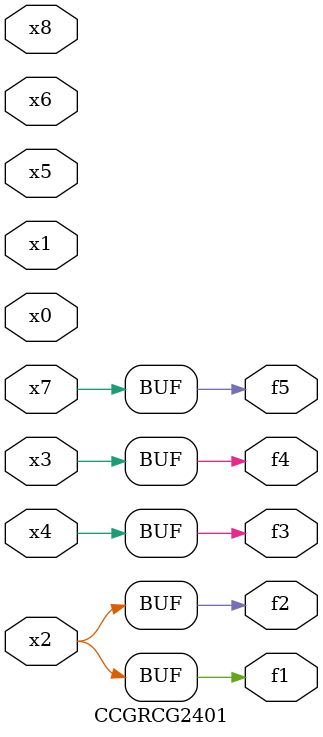
<source format=v>
module CCGRCG2401(
	input x0, x1, x2, x3, x4, x5, x6, x7, x8,
	output f1, f2, f3, f4, f5
);
	assign f1 = x2;
	assign f2 = x2;
	assign f3 = x4;
	assign f4 = x3;
	assign f5 = x7;
endmodule

</source>
